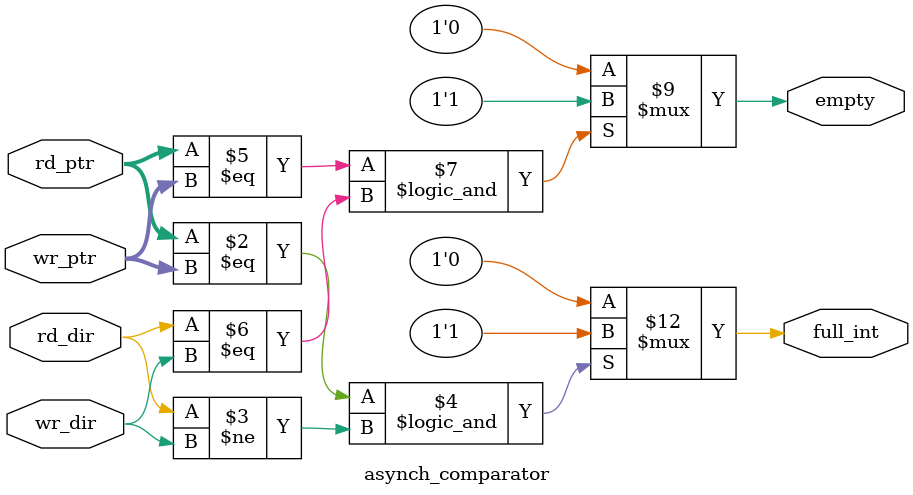
<source format=v>
`timescale 1ns / 1ps


module asynch_comparator(rd_ptr, wr_ptr, rd_dir, wr_dir, full_int, empty);

    input [2:0] rd_ptr;
    input [2:0] wr_ptr;
    input rd_dir;
    input wr_dir;
  
    output full_int;
    output empty;

	 reg full_int, empty ;
	

	 //assign full_int = ((rd_ptr == wr_ptr) && (rd_dir != wr_dir)) ? 1'b 1 : 1'b 0 ;
	 //assign empty = ((rd_ptr == wr_ptr) && (rd_dir == wr_dir)) ? 1'b 1 : 1'b 0 ;

	 always @ (rd_ptr or wr_ptr or rd_dir or wr_dir)
	 begin
	 
	 
	       
             if (((rd_ptr == wr_ptr) && (rd_dir != wr_dir)))
                 full_int=1;
             else full_int=0;
     
             if (((rd_ptr == wr_ptr) && (rd_dir == wr_dir)))
                 empty=1;
             else empty=0;
	
	 end // end always...
endmodule

</source>
